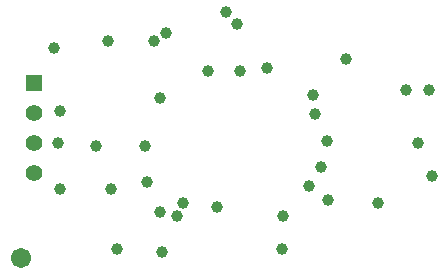
<source format=gbs>
G04 Layer_Color=16711935*
%FSLAX25Y25*%
%MOIN*%
G70*
G01*
G75*
%ADD41R,0.05524X0.05524*%
%ADD42C,0.05524*%
%ADD43C,0.03950*%
%ADD44C,0.06706*%
D41*
X10000Y71000D02*
D03*
D42*
Y61000D02*
D03*
Y51000D02*
D03*
Y41000D02*
D03*
D43*
X87500Y76000D02*
D03*
X77500Y90500D02*
D03*
X124500Y31000D02*
D03*
X142500Y40000D02*
D03*
X114000Y79000D02*
D03*
X18500Y35500D02*
D03*
X35500D02*
D03*
X18000Y51000D02*
D03*
X30500Y50000D02*
D03*
X37500Y15500D02*
D03*
X52000Y28000D02*
D03*
X52500Y14500D02*
D03*
X92500Y15500D02*
D03*
X47000Y50000D02*
D03*
X47500Y38000D02*
D03*
X18500Y61500D02*
D03*
X54000Y87500D02*
D03*
X68000Y75000D02*
D03*
X107500Y51500D02*
D03*
X101500Y36500D02*
D03*
X103000Y67000D02*
D03*
X103500Y60500D02*
D03*
X34500Y85000D02*
D03*
X50000D02*
D03*
X16500Y82500D02*
D03*
X105500Y43000D02*
D03*
X52000Y66000D02*
D03*
X141500Y68500D02*
D03*
X134000D02*
D03*
X71000Y29500D02*
D03*
X93000Y26500D02*
D03*
X57500D02*
D03*
X108000Y32000D02*
D03*
X138000Y51000D02*
D03*
X59625Y30875D02*
D03*
X74000Y94500D02*
D03*
X78500Y75000D02*
D03*
D44*
X5500Y12500D02*
D03*
M02*

</source>
